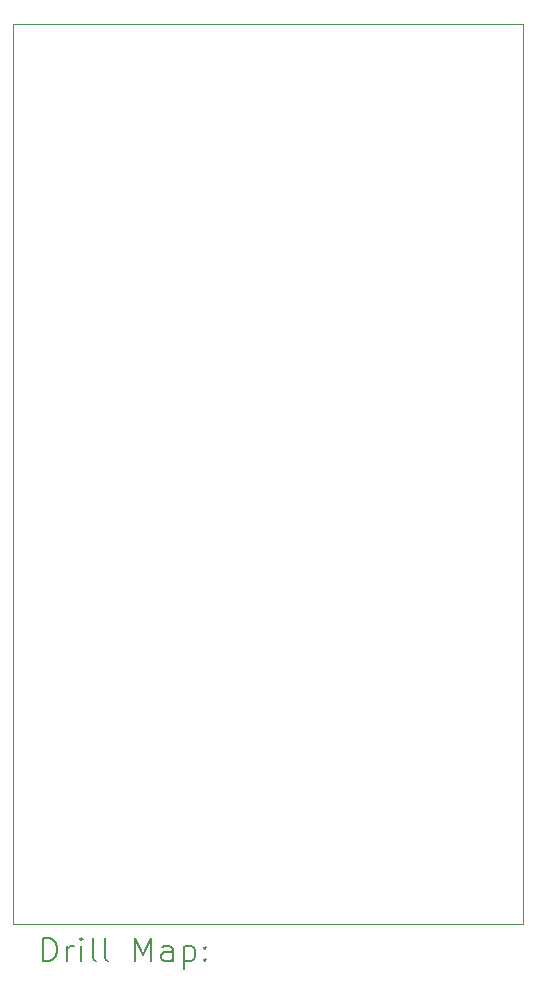
<source format=gbr>
%TF.GenerationSoftware,KiCad,Pcbnew,(6.0.7)*%
%TF.CreationDate,2023-08-18T16:07:33+09:00*%
%TF.ProjectId,graduate-project,67726164-7561-4746-952d-70726f6a6563,rev?*%
%TF.SameCoordinates,Original*%
%TF.FileFunction,Drillmap*%
%TF.FilePolarity,Positive*%
%FSLAX45Y45*%
G04 Gerber Fmt 4.5, Leading zero omitted, Abs format (unit mm)*
G04 Created by KiCad (PCBNEW (6.0.7)) date 2023-08-18 16:07:33*
%MOMM*%
%LPD*%
G01*
G04 APERTURE LIST*
%ADD10C,0.100000*%
%ADD11C,0.200000*%
G04 APERTURE END LIST*
D10*
X5080000Y-3810000D02*
X9398000Y-3810000D01*
X9398000Y-3810000D02*
X9398000Y-11430000D01*
X9398000Y-11430000D02*
X5080000Y-11430000D01*
X5080000Y-11430000D02*
X5080000Y-3810000D01*
D11*
X5332619Y-11745476D02*
X5332619Y-11545476D01*
X5380238Y-11545476D01*
X5408810Y-11555000D01*
X5427857Y-11574048D01*
X5437381Y-11593095D01*
X5446905Y-11631190D01*
X5446905Y-11659762D01*
X5437381Y-11697857D01*
X5427857Y-11716905D01*
X5408810Y-11735952D01*
X5380238Y-11745476D01*
X5332619Y-11745476D01*
X5532619Y-11745476D02*
X5532619Y-11612143D01*
X5532619Y-11650238D02*
X5542143Y-11631190D01*
X5551667Y-11621667D01*
X5570714Y-11612143D01*
X5589762Y-11612143D01*
X5656428Y-11745476D02*
X5656428Y-11612143D01*
X5656428Y-11545476D02*
X5646905Y-11555000D01*
X5656428Y-11564524D01*
X5665952Y-11555000D01*
X5656428Y-11545476D01*
X5656428Y-11564524D01*
X5780238Y-11745476D02*
X5761190Y-11735952D01*
X5751667Y-11716905D01*
X5751667Y-11545476D01*
X5885000Y-11745476D02*
X5865952Y-11735952D01*
X5856428Y-11716905D01*
X5856428Y-11545476D01*
X6113571Y-11745476D02*
X6113571Y-11545476D01*
X6180238Y-11688333D01*
X6246905Y-11545476D01*
X6246905Y-11745476D01*
X6427857Y-11745476D02*
X6427857Y-11640714D01*
X6418333Y-11621667D01*
X6399286Y-11612143D01*
X6361190Y-11612143D01*
X6342143Y-11621667D01*
X6427857Y-11735952D02*
X6408809Y-11745476D01*
X6361190Y-11745476D01*
X6342143Y-11735952D01*
X6332619Y-11716905D01*
X6332619Y-11697857D01*
X6342143Y-11678809D01*
X6361190Y-11669286D01*
X6408809Y-11669286D01*
X6427857Y-11659762D01*
X6523095Y-11612143D02*
X6523095Y-11812143D01*
X6523095Y-11621667D02*
X6542143Y-11612143D01*
X6580238Y-11612143D01*
X6599286Y-11621667D01*
X6608809Y-11631190D01*
X6618333Y-11650238D01*
X6618333Y-11707381D01*
X6608809Y-11726428D01*
X6599286Y-11735952D01*
X6580238Y-11745476D01*
X6542143Y-11745476D01*
X6523095Y-11735952D01*
X6704048Y-11726428D02*
X6713571Y-11735952D01*
X6704048Y-11745476D01*
X6694524Y-11735952D01*
X6704048Y-11726428D01*
X6704048Y-11745476D01*
X6704048Y-11621667D02*
X6713571Y-11631190D01*
X6704048Y-11640714D01*
X6694524Y-11631190D01*
X6704048Y-11621667D01*
X6704048Y-11640714D01*
M02*

</source>
